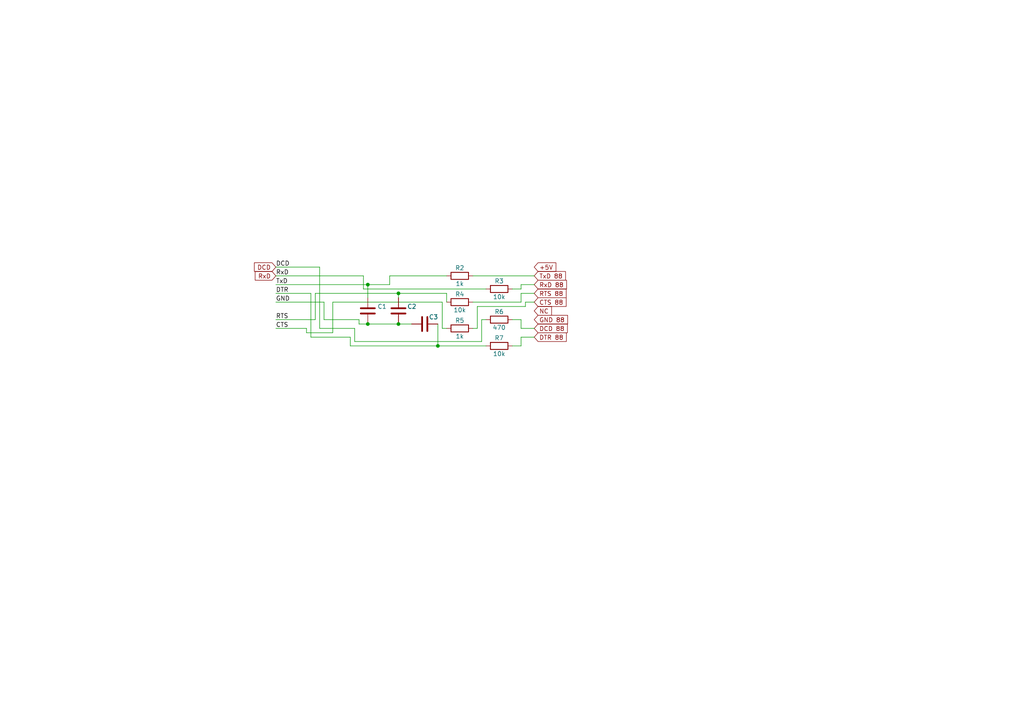
<source format=kicad_sch>
(kicad_sch
	(version 20231120)
	(generator "eeschema")
	(generator_version "8.0")
	(uuid "d3f4428d-f7f2-4d1f-9812-5f0dacc7ea26")
	(paper "A4")
	(lib_symbols
		(symbol "Device:C"
			(pin_numbers hide)
			(pin_names
				(offset 0.254)
			)
			(exclude_from_sim no)
			(in_bom yes)
			(on_board yes)
			(property "Reference" "C"
				(at 0.635 2.54 0)
				(effects
					(font
						(size 1.27 1.27)
					)
					(justify left)
				)
			)
			(property "Value" "C"
				(at 0.635 -2.54 0)
				(effects
					(font
						(size 1.27 1.27)
					)
					(justify left)
				)
			)
			(property "Footprint" ""
				(at 0.9652 -3.81 0)
				(effects
					(font
						(size 1.27 1.27)
					)
					(hide yes)
				)
			)
			(property "Datasheet" "~"
				(at 0 0 0)
				(effects
					(font
						(size 1.27 1.27)
					)
					(hide yes)
				)
			)
			(property "Description" "Unpolarized capacitor"
				(at 0 0 0)
				(effects
					(font
						(size 1.27 1.27)
					)
					(hide yes)
				)
			)
			(property "ki_keywords" "cap capacitor"
				(at 0 0 0)
				(effects
					(font
						(size 1.27 1.27)
					)
					(hide yes)
				)
			)
			(property "ki_fp_filters" "C_*"
				(at 0 0 0)
				(effects
					(font
						(size 1.27 1.27)
					)
					(hide yes)
				)
			)
			(symbol "C_0_1"
				(polyline
					(pts
						(xy -2.032 -0.762) (xy 2.032 -0.762)
					)
					(stroke
						(width 0.508)
						(type default)
					)
					(fill
						(type none)
					)
				)
				(polyline
					(pts
						(xy -2.032 0.762) (xy 2.032 0.762)
					)
					(stroke
						(width 0.508)
						(type default)
					)
					(fill
						(type none)
					)
				)
			)
			(symbol "C_1_1"
				(pin passive line
					(at 0 3.81 270)
					(length 2.794)
					(name "~"
						(effects
							(font
								(size 1.27 1.27)
							)
						)
					)
					(number "1"
						(effects
							(font
								(size 1.27 1.27)
							)
						)
					)
				)
				(pin passive line
					(at 0 -3.81 90)
					(length 2.794)
					(name "~"
						(effects
							(font
								(size 1.27 1.27)
							)
						)
					)
					(number "2"
						(effects
							(font
								(size 1.27 1.27)
							)
						)
					)
				)
			)
		)
		(symbol "Device:R"
			(pin_numbers hide)
			(pin_names
				(offset 0)
			)
			(exclude_from_sim no)
			(in_bom yes)
			(on_board yes)
			(property "Reference" "R"
				(at 2.032 0 90)
				(effects
					(font
						(size 1.27 1.27)
					)
				)
			)
			(property "Value" "R"
				(at 0 0 90)
				(effects
					(font
						(size 1.27 1.27)
					)
				)
			)
			(property "Footprint" ""
				(at -1.778 0 90)
				(effects
					(font
						(size 1.27 1.27)
					)
					(hide yes)
				)
			)
			(property "Datasheet" "~"
				(at 0 0 0)
				(effects
					(font
						(size 1.27 1.27)
					)
					(hide yes)
				)
			)
			(property "Description" "Resistor"
				(at 0 0 0)
				(effects
					(font
						(size 1.27 1.27)
					)
					(hide yes)
				)
			)
			(property "ki_keywords" "R res resistor"
				(at 0 0 0)
				(effects
					(font
						(size 1.27 1.27)
					)
					(hide yes)
				)
			)
			(property "ki_fp_filters" "R_*"
				(at 0 0 0)
				(effects
					(font
						(size 1.27 1.27)
					)
					(hide yes)
				)
			)
			(symbol "R_0_1"
				(rectangle
					(start -1.016 -2.54)
					(end 1.016 2.54)
					(stroke
						(width 0.254)
						(type default)
					)
					(fill
						(type none)
					)
				)
			)
			(symbol "R_1_1"
				(pin passive line
					(at 0 3.81 270)
					(length 1.27)
					(name "~"
						(effects
							(font
								(size 1.27 1.27)
							)
						)
					)
					(number "1"
						(effects
							(font
								(size 1.27 1.27)
							)
						)
					)
				)
				(pin passive line
					(at 0 -3.81 90)
					(length 1.27)
					(name "~"
						(effects
							(font
								(size 1.27 1.27)
							)
						)
					)
					(number "2"
						(effects
							(font
								(size 1.27 1.27)
							)
						)
					)
				)
			)
		)
	)
	(junction
		(at 106.68 82.55)
		(diameter 0)
		(color 0 0 0 0)
		(uuid "2eb2ab16-5aae-4fa6-9e0f-bf5e080bed55")
	)
	(junction
		(at 115.57 85.09)
		(diameter 0)
		(color 0 0 0 0)
		(uuid "3348aa70-4b37-4f38-9fea-487920162882")
	)
	(junction
		(at 115.57 93.98)
		(diameter 0)
		(color 0 0 0 0)
		(uuid "7a7b1169-4306-45de-88f6-85afa8d35372")
	)
	(junction
		(at 106.68 93.98)
		(diameter 0)
		(color 0 0 0 0)
		(uuid "920df506-5cc7-4280-8ba5-1b2605afd254")
	)
	(junction
		(at 127 100.33)
		(diameter 0)
		(color 0 0 0 0)
		(uuid "de86cbbb-3307-41b7-a950-3400c5cb60c9")
	)
	(wire
		(pts
			(xy 106.68 93.98) (xy 115.57 93.98)
		)
		(stroke
			(width 0)
			(type default)
		)
		(uuid "047571b8-0676-4fee-a66f-575de9ebcf58")
	)
	(wire
		(pts
			(xy 113.03 80.01) (xy 113.03 82.55)
		)
		(stroke
			(width 0)
			(type default)
		)
		(uuid "0492fe0c-cd60-4fc9-ac94-3763b45ea997")
	)
	(wire
		(pts
			(xy 106.68 93.98) (xy 104.14 93.98)
		)
		(stroke
			(width 0)
			(type default)
		)
		(uuid "0501d84a-1f0c-488f-83df-b79283ae2644")
	)
	(wire
		(pts
			(xy 90.17 97.79) (xy 90.17 85.09)
		)
		(stroke
			(width 0)
			(type default)
		)
		(uuid "0ab9613f-8afa-4656-aacb-c5ac22e8812e")
	)
	(wire
		(pts
			(xy 138.43 95.25) (xy 137.16 95.25)
		)
		(stroke
			(width 0)
			(type default)
		)
		(uuid "0d2947a1-ff17-41a4-b538-80ead413c562")
	)
	(wire
		(pts
			(xy 151.13 97.79) (xy 154.94 97.79)
		)
		(stroke
			(width 0)
			(type default)
		)
		(uuid "0dd5e99c-4d10-467e-a48a-6934d4015004")
	)
	(wire
		(pts
			(xy 113.03 80.01) (xy 129.54 80.01)
		)
		(stroke
			(width 0)
			(type default)
		)
		(uuid "0dfa35e6-6d68-4361-9372-b05da4048d49")
	)
	(wire
		(pts
			(xy 138.43 88.9) (xy 138.43 95.25)
		)
		(stroke
			(width 0)
			(type default)
		)
		(uuid "140d5be8-da1e-4c25-bcfe-14d17b227505")
	)
	(wire
		(pts
			(xy 129.54 85.09) (xy 129.54 87.63)
		)
		(stroke
			(width 0)
			(type default)
		)
		(uuid "145692cf-f5f7-4d5e-8cd2-11de30735227")
	)
	(wire
		(pts
			(xy 115.57 93.98) (xy 119.38 93.98)
		)
		(stroke
			(width 0)
			(type default)
		)
		(uuid "18c9d6a9-f637-4ee8-8217-c02451b8f201")
	)
	(wire
		(pts
			(xy 115.57 85.09) (xy 115.57 86.36)
		)
		(stroke
			(width 0)
			(type default)
		)
		(uuid "19561330-d910-45a1-9663-d9c02af13a4b")
	)
	(wire
		(pts
			(xy 88.9 96.52) (xy 88.9 95.25)
		)
		(stroke
			(width 0)
			(type default)
		)
		(uuid "2c9ff82f-75af-4ff4-8727-0114cd194410")
	)
	(wire
		(pts
			(xy 93.98 87.63) (xy 80.01 87.63)
		)
		(stroke
			(width 0)
			(type default)
		)
		(uuid "2ec36c6e-ff22-4ffb-92d9-e6990c3ac4d0")
	)
	(wire
		(pts
			(xy 152.4 88.9) (xy 152.4 87.63)
		)
		(stroke
			(width 0)
			(type default)
		)
		(uuid "31974947-6c34-4f04-aa20-65804c7d2d73")
	)
	(wire
		(pts
			(xy 80.01 95.25) (xy 88.9 95.25)
		)
		(stroke
			(width 0)
			(type default)
		)
		(uuid "320f666e-5d34-4ab8-acff-1caad54fab5a")
	)
	(wire
		(pts
			(xy 104.14 93.98) (xy 104.14 92.71)
		)
		(stroke
			(width 0)
			(type default)
		)
		(uuid "345a3294-036c-4d6f-915b-a40c6caacd6f")
	)
	(wire
		(pts
			(xy 91.44 85.09) (xy 91.44 92.71)
		)
		(stroke
			(width 0)
			(type default)
		)
		(uuid "350d1172-fc54-4ac6-97b7-81b90c19306d")
	)
	(wire
		(pts
			(xy 92.71 95.25) (xy 102.87 95.25)
		)
		(stroke
			(width 0)
			(type default)
		)
		(uuid "3862f07c-531b-47fd-8c07-cbe7d12ddcd9")
	)
	(wire
		(pts
			(xy 151.13 83.82) (xy 148.59 83.82)
		)
		(stroke
			(width 0)
			(type default)
		)
		(uuid "3a7e08a9-92b9-421a-8803-4ee3a55f79f7")
	)
	(wire
		(pts
			(xy 115.57 85.09) (xy 129.54 85.09)
		)
		(stroke
			(width 0)
			(type default)
		)
		(uuid "3c3af220-ed84-4c9f-a8c8-2853703fa6a1")
	)
	(wire
		(pts
			(xy 151.13 100.33) (xy 151.13 97.79)
		)
		(stroke
			(width 0)
			(type default)
		)
		(uuid "3cc23e4e-525f-4a11-9642-f69dd6b1ce7b")
	)
	(wire
		(pts
			(xy 148.59 92.71) (xy 151.13 92.71)
		)
		(stroke
			(width 0)
			(type default)
		)
		(uuid "5283e442-e4f6-4c3c-96d3-643341b9a112")
	)
	(wire
		(pts
			(xy 139.7 99.06) (xy 102.87 99.06)
		)
		(stroke
			(width 0)
			(type default)
		)
		(uuid "5520d54d-bd2d-4c53-9c61-96f73b14ebbf")
	)
	(wire
		(pts
			(xy 96.52 87.63) (xy 128.27 87.63)
		)
		(stroke
			(width 0)
			(type default)
		)
		(uuid "5f903da9-d084-4ac0-a5f2-1325cbd4d6f5")
	)
	(wire
		(pts
			(xy 102.87 99.06) (xy 102.87 95.25)
		)
		(stroke
			(width 0)
			(type default)
		)
		(uuid "611540db-be55-4d62-83e6-bbfd4e1ead79")
	)
	(wire
		(pts
			(xy 105.41 83.82) (xy 105.41 80.01)
		)
		(stroke
			(width 0)
			(type default)
		)
		(uuid "690e7552-52ba-43c9-81b6-3a9ff2345251")
	)
	(wire
		(pts
			(xy 137.16 80.01) (xy 154.94 80.01)
		)
		(stroke
			(width 0)
			(type default)
		)
		(uuid "7bfad625-0840-495d-8144-51637e78bb6e")
	)
	(wire
		(pts
			(xy 127 100.33) (xy 140.97 100.33)
		)
		(stroke
			(width 0)
			(type default)
		)
		(uuid "7f2ae6ce-c7b7-4592-9720-d7fde2ef7867")
	)
	(wire
		(pts
			(xy 139.7 92.71) (xy 139.7 99.06)
		)
		(stroke
			(width 0)
			(type default)
		)
		(uuid "7f394d7b-3fc1-409b-984e-62f3525fd473")
	)
	(wire
		(pts
			(xy 151.13 85.09) (xy 154.94 85.09)
		)
		(stroke
			(width 0)
			(type default)
		)
		(uuid "80d698ce-ceb6-48e3-b00e-297aee9fdd51")
	)
	(wire
		(pts
			(xy 151.13 87.63) (xy 151.13 85.09)
		)
		(stroke
			(width 0)
			(type default)
		)
		(uuid "829d1cc2-60f1-4611-bf8e-f808bb4c9705")
	)
	(wire
		(pts
			(xy 90.17 85.09) (xy 80.01 85.09)
		)
		(stroke
			(width 0)
			(type default)
		)
		(uuid "82b7e32e-edff-40c8-a914-142dbb1afdea")
	)
	(wire
		(pts
			(xy 127 93.98) (xy 127 100.33)
		)
		(stroke
			(width 0)
			(type default)
		)
		(uuid "8307780c-0a17-409f-a2e4-db1fb88f50dc")
	)
	(wire
		(pts
			(xy 105.41 83.82) (xy 140.97 83.82)
		)
		(stroke
			(width 0)
			(type default)
		)
		(uuid "86e09f92-5ae0-42b3-92c8-17eead6243d5")
	)
	(wire
		(pts
			(xy 128.27 95.25) (xy 129.54 95.25)
		)
		(stroke
			(width 0)
			(type default)
		)
		(uuid "8aff538b-fa43-4e8a-bff4-61d54f68d9b4")
	)
	(wire
		(pts
			(xy 139.7 92.71) (xy 140.97 92.71)
		)
		(stroke
			(width 0)
			(type default)
		)
		(uuid "8f5a4751-beda-4a9c-919a-3e39cee68904")
	)
	(wire
		(pts
			(xy 101.6 100.33) (xy 127 100.33)
		)
		(stroke
			(width 0)
			(type default)
		)
		(uuid "90b199f5-ec19-4af2-b6f3-2e8900c34021")
	)
	(wire
		(pts
			(xy 91.44 85.09) (xy 115.57 85.09)
		)
		(stroke
			(width 0)
			(type default)
		)
		(uuid "98458d0d-c4c5-42a3-82a1-a506c8105685")
	)
	(wire
		(pts
			(xy 101.6 100.33) (xy 101.6 97.79)
		)
		(stroke
			(width 0)
			(type default)
		)
		(uuid "98f692b9-48ea-477c-b0b6-434500026369")
	)
	(wire
		(pts
			(xy 151.13 83.82) (xy 151.13 82.55)
		)
		(stroke
			(width 0)
			(type default)
		)
		(uuid "a00083ef-c816-4457-a1bb-46c18ecaba03")
	)
	(wire
		(pts
			(xy 91.44 92.71) (xy 80.01 92.71)
		)
		(stroke
			(width 0)
			(type default)
		)
		(uuid "a59a3361-883d-429d-bbe8-9d69f811adc2")
	)
	(wire
		(pts
			(xy 106.68 82.55) (xy 106.68 86.36)
		)
		(stroke
			(width 0)
			(type default)
		)
		(uuid "b63f9811-2815-43ee-9924-24084beb251f")
	)
	(wire
		(pts
			(xy 152.4 87.63) (xy 154.94 87.63)
		)
		(stroke
			(width 0)
			(type default)
		)
		(uuid "b8621da8-6526-4093-867b-961e901167aa")
	)
	(wire
		(pts
			(xy 80.01 80.01) (xy 105.41 80.01)
		)
		(stroke
			(width 0)
			(type default)
		)
		(uuid "ba5705be-b4be-479b-81ed-ffe9be88ec85")
	)
	(wire
		(pts
			(xy 151.13 82.55) (xy 154.94 82.55)
		)
		(stroke
			(width 0)
			(type default)
		)
		(uuid "ba6a0c5d-ccee-4cc2-b621-3708ea8254f5")
	)
	(wire
		(pts
			(xy 80.01 82.55) (xy 106.68 82.55)
		)
		(stroke
			(width 0)
			(type default)
		)
		(uuid "bb32cc61-7ed4-4089-81c5-13966f6c692f")
	)
	(wire
		(pts
			(xy 138.43 88.9) (xy 152.4 88.9)
		)
		(stroke
			(width 0)
			(type default)
		)
		(uuid "bb6ab4c1-5e73-4b6c-84dc-f98abef5ea1c")
	)
	(wire
		(pts
			(xy 96.52 96.52) (xy 88.9 96.52)
		)
		(stroke
			(width 0)
			(type default)
		)
		(uuid "beedfc74-b7b0-430a-88e8-a68f141b0ac5")
	)
	(wire
		(pts
			(xy 96.52 87.63) (xy 96.52 96.52)
		)
		(stroke
			(width 0)
			(type default)
		)
		(uuid "c1ed3d15-f355-4493-bcd5-39a94ffb5b58")
	)
	(wire
		(pts
			(xy 151.13 95.25) (xy 154.94 95.25)
		)
		(stroke
			(width 0)
			(type default)
		)
		(uuid "cc6ecca8-3c3d-4a88-8dc0-84c21c3cb90e")
	)
	(wire
		(pts
			(xy 151.13 92.71) (xy 151.13 95.25)
		)
		(stroke
			(width 0)
			(type default)
		)
		(uuid "d1606708-302a-4519-9df0-1bf254192f43")
	)
	(wire
		(pts
			(xy 151.13 87.63) (xy 137.16 87.63)
		)
		(stroke
			(width 0)
			(type default)
		)
		(uuid "da53124b-212f-47b3-961f-5ccd0bab75da")
	)
	(wire
		(pts
			(xy 90.17 97.79) (xy 101.6 97.79)
		)
		(stroke
			(width 0)
			(type default)
		)
		(uuid "e1be1a00-031b-4da7-8c3d-b759cfe9eb26")
	)
	(wire
		(pts
			(xy 93.98 92.71) (xy 93.98 87.63)
		)
		(stroke
			(width 0)
			(type default)
		)
		(uuid "e304def0-042c-40a8-ba1a-6eaba6cb113c")
	)
	(wire
		(pts
			(xy 92.71 77.47) (xy 80.01 77.47)
		)
		(stroke
			(width 0)
			(type default)
		)
		(uuid "e3a466df-277c-49ef-b785-b620c9a154c3")
	)
	(wire
		(pts
			(xy 128.27 87.63) (xy 128.27 95.25)
		)
		(stroke
			(width 0)
			(type default)
		)
		(uuid "e5dab053-b63a-44ce-8c4d-dd5fb8a983ff")
	)
	(wire
		(pts
			(xy 148.59 100.33) (xy 151.13 100.33)
		)
		(stroke
			(width 0)
			(type default)
		)
		(uuid "ecd52fce-0fbb-4da4-87b9-379e0ca1de03")
	)
	(wire
		(pts
			(xy 92.71 95.25) (xy 92.71 77.47)
		)
		(stroke
			(width 0)
			(type default)
		)
		(uuid "f3565601-da5a-482d-aaeb-00f04e956191")
	)
	(wire
		(pts
			(xy 93.98 92.71) (xy 104.14 92.71)
		)
		(stroke
			(width 0)
			(type default)
		)
		(uuid "f4fd48be-71a0-48d4-a2a0-742991c4e920")
	)
	(wire
		(pts
			(xy 113.03 82.55) (xy 106.68 82.55)
		)
		(stroke
			(width 0)
			(type default)
		)
		(uuid "f993d395-686d-45bd-b3c1-2f444850ca19")
	)
	(label "RxD"
		(at 80.01 80.01 0)
		(fields_autoplaced yes)
		(effects
			(font
				(size 1.27 1.27)
			)
			(justify left bottom)
		)
		(uuid "18100641-0616-4aea-8d87-02a99ab8a853")
	)
	(label "DTR"
		(at 80.01 85.09 0)
		(fields_autoplaced yes)
		(effects
			(font
				(size 1.27 1.27)
			)
			(justify left bottom)
		)
		(uuid "374a13c4-f251-4633-ae8c-4023723e47b1")
	)
	(label "GND"
		(at 80.01 87.63 0)
		(fields_autoplaced yes)
		(effects
			(font
				(size 1.27 1.27)
			)
			(justify left bottom)
		)
		(uuid "9695d76c-51b8-4f83-8559-c34cebdf8d8e")
	)
	(label "DCD"
		(at 80.01 77.47 0)
		(fields_autoplaced yes)
		(effects
			(font
				(size 1.27 1.27)
			)
			(justify left bottom)
		)
		(uuid "9d14ae1f-5e55-4ce3-854b-80dd257b18af")
	)
	(label "CTS"
		(at 80.01 95.25 0)
		(fields_autoplaced yes)
		(effects
			(font
				(size 1.27 1.27)
			)
			(justify left bottom)
		)
		(uuid "a8d36ba3-0fe4-46be-9a19-b04e4a9e3d6c")
	)
	(label "TxD"
		(at 80.01 82.55 0)
		(fields_autoplaced yes)
		(effects
			(font
				(size 1.27 1.27)
			)
			(justify left bottom)
		)
		(uuid "b6b7ba29-12c4-457d-98f1-42d7c82bc065")
	)
	(label "RTS"
		(at 80.01 92.71 0)
		(fields_autoplaced yes)
		(effects
			(font
				(size 1.27 1.27)
			)
			(justify left bottom)
		)
		(uuid "c3e20027-1fc8-432e-91e9-d39ba1e8ecec")
	)
	(global_label "TxD 88"
		(shape input)
		(at 154.94 80.01 0)
		(fields_autoplaced yes)
		(effects
			(font
				(size 1.27 1.27)
			)
			(justify left)
		)
		(uuid "2a39367a-3bd0-4a22-84b1-a6a09b637276")
		(property "Intersheetrefs" "${INTERSHEET_REFS}"
			(at 164.5775 80.01 0)
			(effects
				(font
					(size 1.27 1.27)
				)
				(justify left)
				(hide yes)
			)
		)
	)
	(global_label "+5V"
		(shape input)
		(at 154.94 77.47 0)
		(fields_autoplaced yes)
		(effects
			(font
				(size 1.27 1.27)
			)
			(justify left)
		)
		(uuid "462e208b-c3ce-45c2-9a62-c32bff7746c4")
		(property "Intersheetrefs" "${INTERSHEET_REFS}"
			(at 161.7957 77.47 0)
			(effects
				(font
					(size 1.27 1.27)
				)
				(justify left)
				(hide yes)
			)
		)
	)
	(global_label "CTS 88"
		(shape input)
		(at 154.94 87.63 0)
		(fields_autoplaced yes)
		(effects
			(font
				(size 1.27 1.27)
			)
			(justify left)
		)
		(uuid "78194c85-024e-468e-8db7-fba87288041b")
		(property "Intersheetrefs" "${INTERSHEET_REFS}"
			(at 164.7589 87.63 0)
			(effects
				(font
					(size 1.27 1.27)
				)
				(justify left)
				(hide yes)
			)
		)
	)
	(global_label "DTR 88"
		(shape input)
		(at 154.94 97.79 0)
		(fields_autoplaced yes)
		(effects
			(font
				(size 1.27 1.27)
			)
			(justify left)
		)
		(uuid "855e203b-b9fa-4584-9763-b646cc555046")
		(property "Intersheetrefs" "${INTERSHEET_REFS}"
			(at 164.8194 97.79 0)
			(effects
				(font
					(size 1.27 1.27)
				)
				(justify left)
				(hide yes)
			)
		)
	)
	(global_label "RxD 88"
		(shape input)
		(at 154.94 82.55 0)
		(fields_autoplaced yes)
		(effects
			(font
				(size 1.27 1.27)
			)
			(justify left)
		)
		(uuid "8885919c-a71c-4a77-b402-da1b230e4948")
		(property "Intersheetrefs" "${INTERSHEET_REFS}"
			(at 164.8799 82.55 0)
			(effects
				(font
					(size 1.27 1.27)
				)
				(justify left)
				(hide yes)
			)
		)
	)
	(global_label "RxD"
		(shape input)
		(at 80.01 80.01 180)
		(fields_autoplaced yes)
		(effects
			(font
				(size 1.27 1.27)
			)
			(justify right)
		)
		(uuid "9304dd78-c315-4fe5-a4c7-9176d67be3ce")
		(property "Intersheetrefs" "${INTERSHEET_REFS}"
			(at 73.4567 80.01 0)
			(effects
				(font
					(size 1.27 1.27)
				)
				(justify right)
				(hide yes)
			)
		)
	)
	(global_label "RTS 88"
		(shape input)
		(at 154.94 85.09 0)
		(fields_autoplaced yes)
		(effects
			(font
				(size 1.27 1.27)
			)
			(justify left)
		)
		(uuid "bb0a475e-7f08-4ed6-9bd6-5a7b9211d3d9")
		(property "Intersheetrefs" "${INTERSHEET_REFS}"
			(at 164.7589 85.09 0)
			(effects
				(font
					(size 1.27 1.27)
				)
				(justify left)
				(hide yes)
			)
		)
	)
	(global_label "DCD"
		(shape input)
		(at 80.01 77.47 180)
		(fields_autoplaced yes)
		(effects
			(font
				(size 1.27 1.27)
			)
			(justify right)
		)
		(uuid "ceca7d63-2274-4383-9fb9-16c0cbf3ee22")
		(property "Intersheetrefs" "${INTERSHEET_REFS}"
			(at 73.2148 77.47 0)
			(effects
				(font
					(size 1.27 1.27)
				)
				(justify right)
				(hide yes)
			)
		)
	)
	(global_label "NC"
		(shape input)
		(at 154.94 90.17 0)
		(fields_autoplaced yes)
		(effects
			(font
				(size 1.27 1.27)
			)
			(justify left)
		)
		(uuid "dc574b4c-1410-40e4-b900-63c2fdf43cd7")
		(property "Intersheetrefs" "${INTERSHEET_REFS}"
			(at 160.5257 90.17 0)
			(effects
				(font
					(size 1.27 1.27)
				)
				(justify left)
				(hide yes)
			)
		)
	)
	(global_label "GND 88"
		(shape input)
		(at 154.94 92.71 0)
		(fields_autoplaced yes)
		(effects
			(font
				(size 1.27 1.27)
			)
			(justify left)
		)
		(uuid "ed508d69-965e-475f-8395-105563841991")
		(property "Intersheetrefs" "${INTERSHEET_REFS}"
			(at 165.1823 92.71 0)
			(effects
				(font
					(size 1.27 1.27)
				)
				(justify left)
				(hide yes)
			)
		)
	)
	(global_label "DCD 88"
		(shape input)
		(at 154.94 95.25 0)
		(fields_autoplaced yes)
		(effects
			(font
				(size 1.27 1.27)
			)
			(justify left)
		)
		(uuid "f6998746-8f7a-41ad-841e-4693bb1d824d")
		(property "Intersheetrefs" "${INTERSHEET_REFS}"
			(at 165.1218 95.25 0)
			(effects
				(font
					(size 1.27 1.27)
				)
				(justify left)
				(hide yes)
			)
		)
	)
	(symbol
		(lib_id "Device:C")
		(at 115.57 90.17 0)
		(unit 1)
		(exclude_from_sim no)
		(in_bom yes)
		(on_board yes)
		(dnp no)
		(uuid "213b55ae-a22b-43ae-a67a-470dfe0be644")
		(property "Reference" "C2"
			(at 118.11 88.9 0)
			(effects
				(font
					(size 1.27 1.27)
				)
				(justify left)
			)
		)
		(property "Value" "C"
			(at 119.38 91.4399 0)
			(effects
				(font
					(size 1.27 1.27)
				)
				(justify left)
				(hide yes)
			)
		)
		(property "Footprint" "Capacitor_SMD:C_0603_1608Metric_Pad1.08x0.95mm_HandSolder"
			(at 116.5352 93.98 0)
			(effects
				(font
					(size 1.27 1.27)
				)
				(hide yes)
			)
		)
		(property "Datasheet" "~"
			(at 115.57 90.17 0)
			(effects
				(font
					(size 1.27 1.27)
				)
				(hide yes)
			)
		)
		(property "Description" "Unpolarized capacitor"
			(at 115.57 90.17 0)
			(effects
				(font
					(size 1.27 1.27)
				)
				(hide yes)
			)
		)
		(pin "1"
			(uuid "537fef40-c6c3-42ad-9997-b2b9e02574e9")
		)
		(pin "2"
			(uuid "53fb6ebf-7adf-452f-ab8c-d8e5f48ce646")
		)
		(instances
			(project ""
				(path "/d3f4428d-f7f2-4d1f-9812-5f0dacc7ea26"
					(reference "C2")
					(unit 1)
				)
			)
		)
	)
	(symbol
		(lib_id "Device:R")
		(at 133.35 80.01 90)
		(unit 1)
		(exclude_from_sim no)
		(in_bom yes)
		(on_board yes)
		(dnp no)
		(uuid "312c57d6-66de-436d-a0e2-9c4b0f3571f0")
		(property "Reference" "R2"
			(at 133.35 77.724 90)
			(effects
				(font
					(size 1.27 1.27)
				)
			)
		)
		(property "Value" "1k"
			(at 133.35 82.296 90)
			(effects
				(font
					(size 1.27 1.27)
				)
			)
		)
		(property "Footprint" "Resistor_SMD:R_0603_1608Metric_Pad0.98x0.95mm_HandSolder"
			(at 133.35 81.788 90)
			(effects
				(font
					(size 1.27 1.27)
				)
				(hide yes)
			)
		)
		(property "Datasheet" "~"
			(at 133.35 80.01 0)
			(effects
				(font
					(size 1.27 1.27)
				)
				(hide yes)
			)
		)
		(property "Description" "Resistor"
			(at 133.35 80.01 0)
			(effects
				(font
					(size 1.27 1.27)
				)
				(hide yes)
			)
		)
		(pin "2"
			(uuid "58b6db50-fd93-42a7-98d9-9d8d59466ff9")
		)
		(pin "1"
			(uuid "6a1f0142-d668-4f47-8437-079511b2ca28")
		)
		(instances
			(project "Z88 DE-9 board"
				(path "/d3f4428d-f7f2-4d1f-9812-5f0dacc7ea26"
					(reference "R2")
					(unit 1)
				)
			)
		)
	)
	(symbol
		(lib_id "Device:R")
		(at 144.78 83.82 90)
		(unit 1)
		(exclude_from_sim no)
		(in_bom yes)
		(on_board yes)
		(dnp no)
		(uuid "3e10e029-64cc-4b81-a398-196bfa260b8c")
		(property "Reference" "R3"
			(at 144.78 81.534 90)
			(effects
				(font
					(size 1.27 1.27)
				)
			)
		)
		(property "Value" "10k"
			(at 144.78 86.106 90)
			(effects
				(font
					(size 1.27 1.27)
				)
			)
		)
		(property "Footprint" "Resistor_SMD:R_0603_1608Metric_Pad0.98x0.95mm_HandSolder"
			(at 144.78 85.598 90)
			(effects
				(font
					(size 1.27 1.27)
				)
				(hide yes)
			)
		)
		(property "Datasheet" "~"
			(at 144.78 83.82 0)
			(effects
				(font
					(size 1.27 1.27)
				)
				(hide yes)
			)
		)
		(property "Description" "Resistor"
			(at 144.78 83.82 0)
			(effects
				(font
					(size 1.27 1.27)
				)
				(hide yes)
			)
		)
		(pin "2"
			(uuid "911533c2-d314-41e0-8403-c6fe81aad95d")
		)
		(pin "1"
			(uuid "f0f5c0cf-4e9e-488e-ae73-5214aebf3206")
		)
		(instances
			(project "Z88 DE-9 board"
				(path "/d3f4428d-f7f2-4d1f-9812-5f0dacc7ea26"
					(reference "R3")
					(unit 1)
				)
			)
		)
	)
	(symbol
		(lib_id "Device:R")
		(at 133.35 95.25 90)
		(unit 1)
		(exclude_from_sim no)
		(in_bom yes)
		(on_board yes)
		(dnp no)
		(uuid "40fecdb8-942d-40bb-a051-b572b2b4fe38")
		(property "Reference" "R5"
			(at 133.35 92.964 90)
			(effects
				(font
					(size 1.27 1.27)
				)
			)
		)
		(property "Value" "1k"
			(at 133.35 97.536 90)
			(effects
				(font
					(size 1.27 1.27)
				)
			)
		)
		(property "Footprint" "Resistor_SMD:R_0603_1608Metric_Pad0.98x0.95mm_HandSolder"
			(at 133.35 97.028 90)
			(effects
				(font
					(size 1.27 1.27)
				)
				(hide yes)
			)
		)
		(property "Datasheet" "~"
			(at 133.35 95.25 0)
			(effects
				(font
					(size 1.27 1.27)
				)
				(hide yes)
			)
		)
		(property "Description" "Resistor"
			(at 133.35 95.25 0)
			(effects
				(font
					(size 1.27 1.27)
				)
				(hide yes)
			)
		)
		(pin "2"
			(uuid "9f123879-36b8-49f0-861a-824da254df58")
		)
		(pin "1"
			(uuid "e7b57340-43d0-45d2-993a-0e410946fa9f")
		)
		(instances
			(project "Z88 DE-9 board"
				(path "/d3f4428d-f7f2-4d1f-9812-5f0dacc7ea26"
					(reference "R5")
					(unit 1)
				)
			)
		)
	)
	(symbol
		(lib_id "Device:C")
		(at 123.19 93.98 90)
		(unit 1)
		(exclude_from_sim no)
		(in_bom yes)
		(on_board yes)
		(dnp no)
		(uuid "7fcd993d-7269-4733-964e-2ad43eba4f4a")
		(property "Reference" "C3"
			(at 125.73 91.948 90)
			(effects
				(font
					(size 1.27 1.27)
				)
			)
		)
		(property "Value" "C"
			(at 123.19 88.9 90)
			(effects
				(font
					(size 1.27 1.27)
				)
				(hide yes)
			)
		)
		(property "Footprint" "Capacitor_SMD:C_0603_1608Metric_Pad1.08x0.95mm_HandSolder"
			(at 127 93.0148 0)
			(effects
				(font
					(size 1.27 1.27)
				)
				(hide yes)
			)
		)
		(property "Datasheet" "~"
			(at 123.19 93.98 0)
			(effects
				(font
					(size 1.27 1.27)
				)
				(hide yes)
			)
		)
		(property "Description" "Unpolarized capacitor"
			(at 123.19 93.98 0)
			(effects
				(font
					(size 1.27 1.27)
				)
				(hide yes)
			)
		)
		(pin "2"
			(uuid "036420e1-cbb2-4699-9f7c-d7c4e14746ec")
		)
		(pin "1"
			(uuid "088829e0-332d-4403-98ca-c597c22a93e1")
		)
		(instances
			(project ""
				(path "/d3f4428d-f7f2-4d1f-9812-5f0dacc7ea26"
					(reference "C3")
					(unit 1)
				)
			)
		)
	)
	(symbol
		(lib_id "Device:R")
		(at 144.78 100.33 90)
		(unit 1)
		(exclude_from_sim no)
		(in_bom yes)
		(on_board yes)
		(dnp no)
		(uuid "82ad7f86-a000-446e-aadf-d87298f42aa1")
		(property "Reference" "R7"
			(at 144.78 98.044 90)
			(effects
				(font
					(size 1.27 1.27)
				)
			)
		)
		(property "Value" "10k"
			(at 144.78 102.616 90)
			(effects
				(font
					(size 1.27 1.27)
				)
			)
		)
		(property "Footprint" "Resistor_SMD:R_0603_1608Metric_Pad0.98x0.95mm_HandSolder"
			(at 144.78 102.108 90)
			(effects
				(font
					(size 1.27 1.27)
				)
				(hide yes)
			)
		)
		(property "Datasheet" "~"
			(at 144.78 100.33 0)
			(effects
				(font
					(size 1.27 1.27)
				)
				(hide yes)
			)
		)
		(property "Description" "Resistor"
			(at 144.78 100.33 0)
			(effects
				(font
					(size 1.27 1.27)
				)
				(hide yes)
			)
		)
		(pin "2"
			(uuid "fbb0d3b0-fdd0-4f32-844b-7d7eb1eb3761")
		)
		(pin "1"
			(uuid "e12eec21-9d7b-4ce4-87d6-8bdca76a62d6")
		)
		(instances
			(project "Z88 DE-9 board"
				(path "/d3f4428d-f7f2-4d1f-9812-5f0dacc7ea26"
					(reference "R7")
					(unit 1)
				)
			)
		)
	)
	(symbol
		(lib_id "Device:C")
		(at 106.68 90.17 0)
		(unit 1)
		(exclude_from_sim no)
		(in_bom yes)
		(on_board yes)
		(dnp no)
		(uuid "8984ec22-a650-491d-8b0a-997f3a6e257c")
		(property "Reference" "C1"
			(at 109.474 88.9 0)
			(effects
				(font
					(size 1.27 1.27)
				)
				(justify left)
			)
		)
		(property "Value" "C"
			(at 110.49 91.4399 0)
			(effects
				(font
					(size 1.27 1.27)
				)
				(justify left)
				(hide yes)
			)
		)
		(property "Footprint" "Capacitor_SMD:C_0603_1608Metric_Pad1.08x0.95mm_HandSolder"
			(at 107.6452 93.98 0)
			(effects
				(font
					(size 1.27 1.27)
				)
				(hide yes)
			)
		)
		(property "Datasheet" "~"
			(at 106.68 90.17 0)
			(effects
				(font
					(size 1.27 1.27)
				)
				(hide yes)
			)
		)
		(property "Description" "Unpolarized capacitor"
			(at 106.68 90.17 0)
			(effects
				(font
					(size 1.27 1.27)
				)
				(hide yes)
			)
		)
		(pin "1"
			(uuid "cce6f3f3-2f7c-41f2-b7c4-2d2a5649e58c")
		)
		(pin "2"
			(uuid "471c4e30-4597-4767-9cc9-3c99ad83d2ed")
		)
		(instances
			(project ""
				(path "/d3f4428d-f7f2-4d1f-9812-5f0dacc7ea26"
					(reference "C1")
					(unit 1)
				)
			)
		)
	)
	(symbol
		(lib_id "Device:R")
		(at 133.35 87.63 90)
		(unit 1)
		(exclude_from_sim no)
		(in_bom yes)
		(on_board yes)
		(dnp no)
		(uuid "bf17263d-04d5-425f-bb6b-f847b6b6dad4")
		(property "Reference" "R4"
			(at 133.35 85.344 90)
			(effects
				(font
					(size 1.27 1.27)
				)
			)
		)
		(property "Value" "10k"
			(at 133.35 89.916 90)
			(effects
				(font
					(size 1.27 1.27)
				)
			)
		)
		(property "Footprint" "Resistor_SMD:R_0603_1608Metric_Pad0.98x0.95mm_HandSolder"
			(at 133.35 89.408 90)
			(effects
				(font
					(size 1.27 1.27)
				)
				(hide yes)
			)
		)
		(property "Datasheet" "~"
			(at 133.35 87.63 0)
			(effects
				(font
					(size 1.27 1.27)
				)
				(hide yes)
			)
		)
		(property "Description" "Resistor"
			(at 133.35 87.63 0)
			(effects
				(font
					(size 1.27 1.27)
				)
				(hide yes)
			)
		)
		(pin "2"
			(uuid "b25498af-cb3d-43de-b7e0-bfb8f929b822")
		)
		(pin "1"
			(uuid "6636dd29-2332-46b9-9071-7ab5a7d27bf6")
		)
		(instances
			(project "Z88 DE-9 board"
				(path "/d3f4428d-f7f2-4d1f-9812-5f0dacc7ea26"
					(reference "R4")
					(unit 1)
				)
			)
		)
	)
	(symbol
		(lib_id "Device:R")
		(at 144.78 92.71 90)
		(unit 1)
		(exclude_from_sim no)
		(in_bom yes)
		(on_board yes)
		(dnp no)
		(uuid "bfe18e50-d472-4cff-bf45-a0cd530476a7")
		(property "Reference" "R6"
			(at 144.78 90.424 90)
			(effects
				(font
					(size 1.27 1.27)
				)
			)
		)
		(property "Value" "470"
			(at 144.78 94.996 90)
			(effects
				(font
					(size 1.27 1.27)
				)
			)
		)
		(property "Footprint" "Resistor_SMD:R_0603_1608Metric_Pad0.98x0.95mm_HandSolder"
			(at 144.78 94.488 90)
			(effects
				(font
					(size 1.27 1.27)
				)
				(hide yes)
			)
		)
		(property "Datasheet" "~"
			(at 144.78 92.71 0)
			(effects
				(font
					(size 1.27 1.27)
				)
				(hide yes)
			)
		)
		(property "Description" "Resistor"
			(at 144.78 92.71 0)
			(effects
				(font
					(size 1.27 1.27)
				)
				(hide yes)
			)
		)
		(pin "2"
			(uuid "02017af1-0093-4df9-9a62-8369c3791ff7")
		)
		(pin "1"
			(uuid "192bd8d4-e21a-4664-878a-abbfc6c29403")
		)
		(instances
			(project "Z88 DE-9 board"
				(path "/d3f4428d-f7f2-4d1f-9812-5f0dacc7ea26"
					(reference "R6")
					(unit 1)
				)
			)
		)
	)
	(sheet_instances
		(path "/"
			(page "1")
		)
	)
)

</source>
